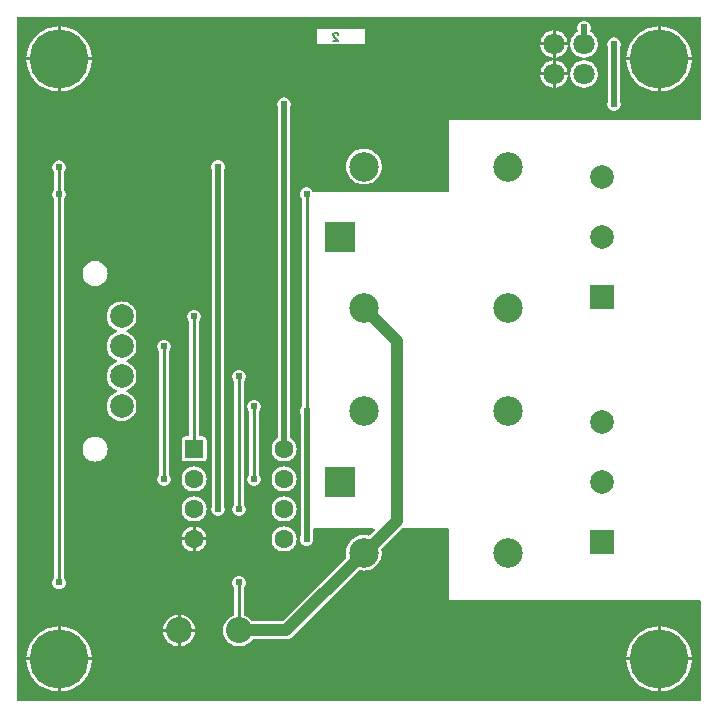
<source format=gbl>
G04 Layer: BottomLayer*
G04 Panelize: , Column: 2, Row: 2, Board Size: 58.42mm x 58.42mm, Panelized Board Size: 118.84mm x 118.84mm*
G04 EasyEDA v6.5.34, 2023-10-08 21:00:45*
G04 4a59fedaa2674353ae30dd207b49eca9,5a6b42c53f6a479593ecc07194224c93,10*
G04 Gerber Generator version 0.2*
G04 Scale: 100 percent, Rotated: No, Reflected: No *
G04 Dimensions in millimeters *
G04 leading zeros omitted , absolute positions ,4 integer and 5 decimal *
%FSLAX45Y45*%
%MOMM*%

%ADD10C,0.1524*%
%ADD11C,0.2540*%
%ADD12C,0.5000*%
%ADD13C,1.0000*%
%ADD14C,2.5000*%
%ADD15R,2.5000X2.5000*%
%ADD16R,2.0000X2.0000*%
%ADD17C,2.0000*%
%ADD18C,2.2000*%
%ADD19R,1.6002X1.6002*%
%ADD20C,1.6002*%
%ADD21C,5.0000*%
%ADD22C,1.8000*%
%ADD23C,0.6096*%
%ADD24C,0.0162*%

%LPD*%
G36*
X5805932Y25908D02*
G01*
X36068Y26416D01*
X32156Y27178D01*
X28905Y29413D01*
X26670Y32664D01*
X25908Y36576D01*
X25908Y5805932D01*
X26670Y5809843D01*
X28905Y5813094D01*
X32156Y5815330D01*
X36068Y5816092D01*
X2555240Y5816092D01*
X2559151Y5815330D01*
X2562402Y5813094D01*
X2564638Y5809843D01*
X2565400Y5805932D01*
X2566162Y5809843D01*
X2568397Y5813094D01*
X2571648Y5815330D01*
X2575560Y5816092D01*
X5805932Y5816092D01*
X5809843Y5815330D01*
X5813094Y5813094D01*
X5815330Y5809843D01*
X5816092Y5805932D01*
X5816092Y4950460D01*
X5815330Y4946548D01*
X5813094Y4943297D01*
X5809843Y4941062D01*
X5805932Y4940300D01*
X3684015Y4940300D01*
X3683000Y4939284D01*
X3683000Y4340860D01*
X3682237Y4336948D01*
X3680002Y4333697D01*
X3676751Y4331462D01*
X3672840Y4330700D01*
X2538984Y4330700D01*
X2535224Y4331411D01*
X2532024Y4333494D01*
X2529789Y4336542D01*
X2525318Y4346194D01*
X2519680Y4354220D01*
X2512720Y4361180D01*
X2504694Y4366818D01*
X2495753Y4370933D01*
X2486304Y4373473D01*
X2476500Y4374337D01*
X2466695Y4373473D01*
X2457246Y4370933D01*
X2448306Y4366818D01*
X2440279Y4361180D01*
X2433320Y4354220D01*
X2427681Y4346194D01*
X2423566Y4337253D01*
X2421026Y4327804D01*
X2420162Y4318000D01*
X2421026Y4308195D01*
X2423566Y4298746D01*
X2427681Y4289806D01*
X2433320Y4281779D01*
X2434894Y4280204D01*
X2437130Y4276902D01*
X2437892Y4272991D01*
X2437892Y2525166D01*
X2437130Y2521254D01*
X2434894Y2517952D01*
X2433320Y2516378D01*
X2427681Y2508351D01*
X2423566Y2499410D01*
X2421026Y2489962D01*
X2420162Y2480157D01*
X2421026Y2470353D01*
X2423566Y2460904D01*
X2424633Y2458567D01*
X2425598Y2454249D01*
X2425598Y1422908D01*
X2424633Y1418640D01*
X2423566Y1416253D01*
X2421026Y1406804D01*
X2420162Y1397000D01*
X2421026Y1387195D01*
X2423566Y1377746D01*
X2427681Y1368806D01*
X2433320Y1360779D01*
X2440279Y1353820D01*
X2448306Y1348181D01*
X2457246Y1344066D01*
X2466695Y1341526D01*
X2476500Y1340662D01*
X2486304Y1341526D01*
X2495753Y1344066D01*
X2504694Y1348181D01*
X2512720Y1353820D01*
X2519680Y1360779D01*
X2525318Y1368806D01*
X2529433Y1377746D01*
X2531973Y1387195D01*
X2532837Y1397000D01*
X2531973Y1406804D01*
X2529433Y1416253D01*
X2528366Y1418640D01*
X2527401Y1422908D01*
X2527401Y1475740D01*
X2528163Y1479651D01*
X2530398Y1482902D01*
X2533700Y1485138D01*
X2537561Y1485900D01*
X3043123Y1485900D01*
X3047034Y1485138D01*
X3050286Y1482902D01*
X3052521Y1479651D01*
X3053283Y1475740D01*
X3052521Y1471828D01*
X3050286Y1468577D01*
X3010154Y1428394D01*
X3007207Y1426362D01*
X3003753Y1425448D01*
X3000146Y1425854D01*
X2995218Y1427276D01*
X2978505Y1430121D01*
X2961640Y1431036D01*
X2944723Y1430121D01*
X2928061Y1427276D01*
X2911805Y1422603D01*
X2896158Y1416100D01*
X2881376Y1407922D01*
X2867558Y1398117D01*
X2854960Y1386840D01*
X2843682Y1374241D01*
X2833878Y1360424D01*
X2825699Y1345641D01*
X2819196Y1329994D01*
X2814523Y1313738D01*
X2811678Y1297076D01*
X2810764Y1280160D01*
X2811678Y1263243D01*
X2814523Y1246479D01*
X2814574Y1243279D01*
X2813608Y1240180D01*
X2811729Y1237589D01*
X2275332Y701192D01*
X2272030Y699008D01*
X2268118Y698195D01*
X2022703Y698195D01*
X2019604Y698703D01*
X2016810Y700125D01*
X2014575Y702310D01*
X2009089Y709625D01*
X1998268Y721156D01*
X1986127Y731316D01*
X1972970Y740003D01*
X1958848Y747064D01*
X1950313Y750163D01*
X1946808Y752348D01*
X1944420Y755700D01*
X1943607Y759714D01*
X1943607Y983691D01*
X1944370Y987602D01*
X1946605Y990904D01*
X1948180Y992479D01*
X1953818Y1000506D01*
X1957933Y1009446D01*
X1960473Y1018895D01*
X1961337Y1028700D01*
X1960473Y1038504D01*
X1957933Y1047953D01*
X1953818Y1056894D01*
X1948180Y1064920D01*
X1941220Y1071880D01*
X1933193Y1077518D01*
X1924253Y1081633D01*
X1914804Y1084173D01*
X1905000Y1085037D01*
X1895195Y1084173D01*
X1885746Y1081633D01*
X1876806Y1077518D01*
X1868779Y1071880D01*
X1861820Y1064920D01*
X1856181Y1056894D01*
X1852066Y1047953D01*
X1849526Y1038504D01*
X1848662Y1028700D01*
X1849526Y1018895D01*
X1852066Y1009446D01*
X1856181Y1000506D01*
X1861820Y992479D01*
X1863394Y990904D01*
X1865630Y987602D01*
X1866392Y983691D01*
X1866392Y759714D01*
X1865579Y755700D01*
X1863191Y752348D01*
X1859686Y750163D01*
X1851152Y747064D01*
X1837029Y740003D01*
X1823872Y731316D01*
X1811731Y721156D01*
X1800910Y709625D01*
X1791462Y696976D01*
X1783588Y683310D01*
X1777288Y668782D01*
X1772767Y653643D01*
X1770024Y638098D01*
X1769110Y622300D01*
X1770024Y606501D01*
X1772767Y590956D01*
X1777288Y575818D01*
X1783588Y561289D01*
X1791462Y547624D01*
X1800910Y534974D01*
X1811731Y523443D01*
X1823872Y513283D01*
X1837029Y504596D01*
X1851152Y497535D01*
X1866036Y492099D01*
X1881378Y488492D01*
X1897075Y486664D01*
X1912924Y486664D01*
X1928622Y488492D01*
X1943963Y492099D01*
X1958848Y497535D01*
X1972970Y504596D01*
X1986127Y513283D01*
X1998268Y523443D01*
X2009089Y534974D01*
X2014575Y542290D01*
X2016810Y544525D01*
X2019604Y545896D01*
X2022703Y546404D01*
X2306421Y546455D01*
X2315260Y547268D01*
X2317699Y547674D01*
X2326335Y549808D01*
X2336901Y553974D01*
X2339086Y555091D01*
X2346706Y559714D01*
X2355545Y566775D01*
X2919069Y1130249D01*
X2921660Y1132128D01*
X2924708Y1133094D01*
X2927959Y1133094D01*
X2944723Y1130198D01*
X2961640Y1129284D01*
X2978505Y1130198D01*
X2995218Y1133043D01*
X3011474Y1137716D01*
X3027121Y1144219D01*
X3041904Y1152398D01*
X3055721Y1162202D01*
X3068320Y1173480D01*
X3079597Y1186078D01*
X3089402Y1199896D01*
X3097580Y1214678D01*
X3104032Y1230325D01*
X3108756Y1246581D01*
X3111550Y1263243D01*
X3112516Y1280160D01*
X3111550Y1297076D01*
X3109823Y1307338D01*
X3109823Y1310538D01*
X3110788Y1313586D01*
X3112668Y1316228D01*
X3279394Y1482902D01*
X3282645Y1485138D01*
X3286556Y1485900D01*
X3672840Y1485900D01*
X3676751Y1485138D01*
X3680002Y1482902D01*
X3682237Y1479651D01*
X3683000Y1475740D01*
X3683000Y877316D01*
X3684015Y876300D01*
X5805932Y876300D01*
X5809843Y875537D01*
X5813094Y873302D01*
X5815330Y870051D01*
X5816092Y866140D01*
X5816092Y36068D01*
X5815330Y32207D01*
X5813094Y28905D01*
X5809843Y26670D01*
G37*

%LPC*%
G36*
X2032000Y1848662D02*
G01*
X2041804Y1849526D01*
X2051253Y1852066D01*
X2060193Y1856181D01*
X2068220Y1861820D01*
X2075180Y1868779D01*
X2080818Y1876806D01*
X2084933Y1885746D01*
X2087473Y1895195D01*
X2088337Y1905000D01*
X2087473Y1914804D01*
X2084933Y1924253D01*
X2080818Y1933193D01*
X2075180Y1941220D01*
X2073605Y1942795D01*
X2071370Y1946097D01*
X2070607Y1950008D01*
X2070607Y2475331D01*
X2071370Y2479243D01*
X2073605Y2482545D01*
X2075180Y2484120D01*
X2080818Y2492146D01*
X2084933Y2501087D01*
X2087473Y2510536D01*
X2088337Y2520340D01*
X2087473Y2530144D01*
X2084933Y2539593D01*
X2080818Y2548534D01*
X2075180Y2556560D01*
X2068220Y2563520D01*
X2060193Y2569159D01*
X2051253Y2573274D01*
X2041804Y2575814D01*
X2032000Y2576677D01*
X2022195Y2575814D01*
X2012746Y2573274D01*
X2003806Y2569159D01*
X1995779Y2563520D01*
X1988820Y2556560D01*
X1983181Y2548534D01*
X1979066Y2539593D01*
X1976526Y2530144D01*
X1975662Y2520340D01*
X1976526Y2510536D01*
X1979066Y2501087D01*
X1983181Y2492146D01*
X1988820Y2484120D01*
X1990394Y2482545D01*
X1992630Y2479243D01*
X1993392Y2475331D01*
X1993392Y1950008D01*
X1992630Y1946097D01*
X1990394Y1942795D01*
X1988820Y1941220D01*
X1983181Y1933193D01*
X1979066Y1924253D01*
X1976526Y1914804D01*
X1975662Y1905000D01*
X1976526Y1895195D01*
X1979066Y1885746D01*
X1983181Y1876806D01*
X1988820Y1868779D01*
X1995779Y1861820D01*
X2003806Y1856181D01*
X2012746Y1852066D01*
X2022195Y1849526D01*
G37*
G36*
X393700Y105562D02*
G01*
X398322Y105664D01*
X421284Y108051D01*
X443992Y112369D01*
X466242Y118618D01*
X487934Y126644D01*
X508812Y136499D01*
X528828Y148031D01*
X547827Y161239D01*
X565607Y175971D01*
X582117Y192125D01*
X597204Y209600D01*
X610819Y228295D01*
X622757Y248107D01*
X633018Y268782D01*
X641553Y290271D01*
X648208Y312369D01*
X653034Y334975D01*
X655929Y357936D01*
X656336Y368300D01*
X393700Y368300D01*
G37*
G36*
X5448300Y105613D02*
G01*
X5448300Y368300D01*
X5185410Y368300D01*
X5187289Y346405D01*
X5191150Y323646D01*
X5196890Y301244D01*
X5204460Y279450D01*
X5213858Y258317D01*
X5224983Y238099D01*
X5237784Y218846D01*
X5252161Y200710D01*
X5267960Y183896D01*
X5285130Y168402D01*
X5303520Y154432D01*
X5323027Y142087D01*
X5343499Y131368D01*
X5364835Y122428D01*
X5386781Y115265D01*
X5409285Y109982D01*
X5432145Y106629D01*
G37*
G36*
X368300Y105613D02*
G01*
X368300Y368300D01*
X105410Y368300D01*
X107289Y346405D01*
X111150Y323646D01*
X116890Y301244D01*
X124460Y279450D01*
X133858Y258317D01*
X144983Y238099D01*
X157784Y218846D01*
X172161Y200710D01*
X187960Y183896D01*
X205130Y168402D01*
X223520Y154432D01*
X243027Y142087D01*
X263499Y131368D01*
X284835Y122428D01*
X306781Y115265D01*
X329285Y109982D01*
X352145Y106629D01*
G37*
G36*
X393700Y393700D02*
G01*
X656336Y393700D01*
X655929Y404063D01*
X653034Y427024D01*
X648208Y449630D01*
X641553Y471728D01*
X633018Y493217D01*
X622757Y513892D01*
X610819Y533704D01*
X597204Y552348D01*
X582117Y569874D01*
X565607Y586028D01*
X547827Y600760D01*
X528828Y613968D01*
X508812Y625500D01*
X487934Y635355D01*
X466242Y643382D01*
X443992Y649630D01*
X421284Y653948D01*
X398322Y656336D01*
X393700Y656437D01*
G37*
G36*
X5473700Y393700D02*
G01*
X5736336Y393700D01*
X5735929Y404063D01*
X5733034Y427024D01*
X5728208Y449630D01*
X5721553Y471728D01*
X5713018Y493217D01*
X5702757Y513892D01*
X5690819Y533704D01*
X5677204Y552348D01*
X5662117Y569874D01*
X5645607Y586028D01*
X5627827Y600760D01*
X5608828Y613968D01*
X5588812Y625500D01*
X5567934Y635355D01*
X5546242Y643382D01*
X5523992Y649630D01*
X5501284Y653948D01*
X5478322Y656336D01*
X5473700Y656437D01*
G37*
G36*
X5185410Y393700D02*
G01*
X5448300Y393700D01*
X5448300Y656386D01*
X5432145Y655370D01*
X5409285Y652018D01*
X5386781Y646734D01*
X5364835Y639572D01*
X5343499Y630631D01*
X5323027Y619912D01*
X5303520Y607568D01*
X5285130Y593598D01*
X5267960Y578104D01*
X5252161Y561289D01*
X5237784Y543153D01*
X5224983Y523900D01*
X5213858Y503682D01*
X5204460Y482549D01*
X5196890Y460756D01*
X5191150Y438353D01*
X5187289Y415594D01*
G37*
G36*
X105410Y393700D02*
G01*
X368300Y393700D01*
X368300Y656386D01*
X352145Y655370D01*
X329285Y652018D01*
X306781Y646734D01*
X284835Y639572D01*
X263499Y630631D01*
X243027Y619912D01*
X223520Y607568D01*
X205130Y593598D01*
X187960Y578104D01*
X172161Y561289D01*
X157784Y543153D01*
X144983Y523900D01*
X133858Y503682D01*
X124460Y482549D01*
X116890Y460756D01*
X111150Y438353D01*
X107289Y415594D01*
G37*
G36*
X4456887Y5600700D02*
G01*
X4559300Y5600700D01*
X4559300Y5702960D01*
X4550308Y5701842D01*
X4536186Y5698236D01*
X4522673Y5692851D01*
X4509922Y5685840D01*
X4498136Y5677306D01*
X4487519Y5667349D01*
X4478223Y5656122D01*
X4470450Y5643829D01*
X4464253Y5630672D01*
X4459732Y5616803D01*
X4457039Y5602528D01*
G37*
G36*
X1384300Y487222D02*
G01*
X1384300Y609600D01*
X1261872Y609600D01*
X1262024Y606501D01*
X1264767Y590956D01*
X1269288Y575818D01*
X1275588Y561289D01*
X1283462Y547624D01*
X1292910Y534974D01*
X1303731Y523443D01*
X1315872Y513283D01*
X1329029Y504596D01*
X1343152Y497535D01*
X1358036Y492099D01*
X1373378Y488492D01*
G37*
G36*
X1409700Y487222D02*
G01*
X1420622Y488492D01*
X1435963Y492099D01*
X1450848Y497535D01*
X1464970Y504596D01*
X1478127Y513283D01*
X1490268Y523443D01*
X1501089Y534974D01*
X1510538Y547624D01*
X1518412Y561289D01*
X1524711Y575818D01*
X1529232Y590956D01*
X1531975Y606501D01*
X1532128Y609600D01*
X1409700Y609600D01*
G37*
G36*
X1409700Y635000D02*
G01*
X1532128Y635000D01*
X1531975Y638098D01*
X1529232Y653643D01*
X1524711Y668782D01*
X1518412Y683310D01*
X1510538Y696976D01*
X1501089Y709625D01*
X1490268Y721156D01*
X1478127Y731316D01*
X1464970Y740003D01*
X1450848Y747064D01*
X1435963Y752500D01*
X1420622Y756107D01*
X1409700Y757377D01*
G37*
G36*
X1261872Y635000D02*
G01*
X1384300Y635000D01*
X1384300Y757377D01*
X1373378Y756107D01*
X1358036Y752500D01*
X1343152Y747064D01*
X1329029Y740003D01*
X1315872Y731316D01*
X1303731Y721156D01*
X1292910Y709625D01*
X1283462Y696976D01*
X1275588Y683310D01*
X1269288Y668782D01*
X1264767Y653643D01*
X1262024Y638098D01*
G37*
G36*
X4584700Y5600700D02*
G01*
X4687112Y5600700D01*
X4686960Y5602528D01*
X4684268Y5616803D01*
X4679746Y5630672D01*
X4673549Y5643829D01*
X4665776Y5656122D01*
X4656480Y5667349D01*
X4645863Y5677306D01*
X4634077Y5685840D01*
X4621326Y5692851D01*
X4607814Y5698236D01*
X4593691Y5701842D01*
X4584700Y5702960D01*
G37*
G36*
X381000Y972362D02*
G01*
X390804Y973226D01*
X400253Y975766D01*
X409194Y979881D01*
X417220Y985519D01*
X424180Y992479D01*
X429818Y1000506D01*
X433933Y1009446D01*
X436473Y1018895D01*
X437337Y1028700D01*
X436473Y1038504D01*
X433933Y1047953D01*
X429818Y1056894D01*
X424180Y1064920D01*
X422605Y1066495D01*
X420370Y1069797D01*
X419608Y1073708D01*
X419608Y4272991D01*
X420370Y4276902D01*
X422605Y4280204D01*
X424180Y4281779D01*
X429818Y4289806D01*
X433933Y4298746D01*
X436473Y4308195D01*
X437337Y4318000D01*
X436473Y4327804D01*
X433933Y4337253D01*
X429818Y4346194D01*
X424180Y4354220D01*
X422605Y4355795D01*
X420370Y4359097D01*
X419608Y4363008D01*
X419608Y4501591D01*
X420370Y4505502D01*
X422605Y4508804D01*
X424180Y4510379D01*
X429818Y4518406D01*
X433933Y4527346D01*
X436473Y4536795D01*
X437337Y4546600D01*
X436473Y4556404D01*
X433933Y4565853D01*
X429818Y4574794D01*
X424180Y4582820D01*
X417220Y4589780D01*
X409194Y4595418D01*
X400253Y4599533D01*
X390804Y4602073D01*
X381000Y4602937D01*
X371195Y4602073D01*
X361746Y4599533D01*
X352806Y4595418D01*
X344779Y4589780D01*
X337820Y4582820D01*
X332181Y4574794D01*
X328066Y4565853D01*
X325526Y4556404D01*
X324662Y4546600D01*
X325526Y4536795D01*
X328066Y4527346D01*
X332181Y4518406D01*
X337820Y4510379D01*
X339394Y4508804D01*
X341630Y4505502D01*
X342392Y4501591D01*
X342392Y4363008D01*
X341630Y4359097D01*
X339394Y4355795D01*
X337820Y4354220D01*
X332181Y4346194D01*
X328066Y4337253D01*
X325526Y4327804D01*
X324662Y4318000D01*
X325526Y4308195D01*
X328066Y4298746D01*
X332181Y4289806D01*
X337820Y4281779D01*
X339394Y4280204D01*
X341630Y4276902D01*
X342392Y4272991D01*
X342392Y1073708D01*
X341630Y1069797D01*
X339394Y1066495D01*
X337820Y1064920D01*
X332181Y1056894D01*
X328066Y1047953D01*
X325526Y1038504D01*
X324662Y1028700D01*
X325526Y1018895D01*
X328066Y1009446D01*
X332181Y1000506D01*
X337820Y992479D01*
X344779Y985519D01*
X352806Y979881D01*
X361746Y975766D01*
X371195Y973226D01*
G37*
G36*
X2691688Y5583682D02*
G01*
X2750261Y5583682D01*
X2756560Y5584393D01*
X2764840Y5587593D01*
X2767634Y5588000D01*
X2970784Y5588000D01*
X2971800Y5589016D01*
X2971800Y5713984D01*
X2970784Y5715000D01*
X2763520Y5715000D01*
X2760167Y5715558D01*
X2756560Y5716828D01*
X2750261Y5717540D01*
X2691688Y5717540D01*
X2685389Y5716828D01*
X2681782Y5715558D01*
X2678430Y5715000D01*
X2575560Y5715000D01*
X2571648Y5715762D01*
X2568397Y5717997D01*
X2566162Y5721248D01*
X2565400Y5725160D01*
X2565400Y5589016D01*
X2566416Y5588000D01*
X2674315Y5588000D01*
X2677109Y5587593D01*
X2679903Y5586323D01*
X2685389Y5584393D01*
G37*
G36*
X2286000Y1291082D02*
G01*
X2299817Y1291996D01*
X2313432Y1294688D01*
X2326538Y1299159D01*
X2338933Y1305306D01*
X2350465Y1312976D01*
X2360879Y1322120D01*
X2370023Y1332534D01*
X2377694Y1344066D01*
X2383840Y1356461D01*
X2388311Y1369568D01*
X2391003Y1383182D01*
X2391918Y1397000D01*
X2391003Y1410817D01*
X2388311Y1424432D01*
X2383840Y1437538D01*
X2377694Y1449933D01*
X2370023Y1461465D01*
X2360879Y1471879D01*
X2350465Y1481023D01*
X2338933Y1488694D01*
X2326538Y1494840D01*
X2313432Y1499311D01*
X2299817Y1502003D01*
X2286000Y1502918D01*
X2272182Y1502003D01*
X2258568Y1499311D01*
X2245461Y1494840D01*
X2233066Y1488694D01*
X2221534Y1481023D01*
X2211120Y1471879D01*
X2201976Y1461465D01*
X2194306Y1449933D01*
X2188159Y1437538D01*
X2183688Y1424432D01*
X2180996Y1410817D01*
X2180082Y1397000D01*
X2180996Y1383182D01*
X2183688Y1369568D01*
X2188159Y1356461D01*
X2194306Y1344066D01*
X2201976Y1332534D01*
X2211120Y1322120D01*
X2221534Y1312976D01*
X2233066Y1305306D01*
X2245461Y1299159D01*
X2258568Y1294688D01*
X2272182Y1291996D01*
G37*
G36*
X1511300Y1291945D02*
G01*
X1511300Y1384300D01*
X1418945Y1384300D01*
X1418996Y1383182D01*
X1421688Y1369568D01*
X1426159Y1356461D01*
X1432306Y1344066D01*
X1439976Y1332534D01*
X1449120Y1322120D01*
X1459534Y1312976D01*
X1471066Y1305306D01*
X1483461Y1299159D01*
X1496568Y1294688D01*
X1510182Y1291996D01*
G37*
G36*
X1536700Y1291945D02*
G01*
X1537817Y1291996D01*
X1551432Y1294688D01*
X1564538Y1299159D01*
X1576933Y1305306D01*
X1588465Y1312976D01*
X1598879Y1322120D01*
X1608023Y1332534D01*
X1615694Y1344066D01*
X1621840Y1356461D01*
X1626311Y1369568D01*
X1629003Y1383182D01*
X1629054Y1384300D01*
X1536700Y1384300D01*
G37*
G36*
X105410Y5473700D02*
G01*
X368300Y5473700D01*
X368300Y5736386D01*
X352145Y5735370D01*
X329285Y5732018D01*
X306781Y5726734D01*
X284835Y5719572D01*
X263499Y5710631D01*
X243027Y5699912D01*
X223520Y5687568D01*
X205130Y5673598D01*
X187960Y5658104D01*
X172161Y5641289D01*
X157784Y5623153D01*
X144983Y5603900D01*
X133858Y5583682D01*
X124460Y5562549D01*
X116890Y5540756D01*
X111150Y5518353D01*
X107289Y5495594D01*
G37*
G36*
X1418945Y1409700D02*
G01*
X1511300Y1409700D01*
X1511300Y1502054D01*
X1510182Y1502003D01*
X1496568Y1499311D01*
X1483461Y1494840D01*
X1471066Y1488694D01*
X1459534Y1481023D01*
X1449120Y1471879D01*
X1439976Y1461465D01*
X1432306Y1449933D01*
X1426159Y1437538D01*
X1421688Y1424432D01*
X1418996Y1410817D01*
G37*
G36*
X1536700Y1409700D02*
G01*
X1629054Y1409700D01*
X1629003Y1410817D01*
X1626311Y1424432D01*
X1621840Y1437538D01*
X1615694Y1449933D01*
X1608023Y1461465D01*
X1598879Y1471879D01*
X1588465Y1481023D01*
X1576933Y1488694D01*
X1564538Y1494840D01*
X1551432Y1499311D01*
X1537817Y1502003D01*
X1536700Y1502054D01*
G37*
G36*
X5185410Y5473700D02*
G01*
X5448300Y5473700D01*
X5448300Y5736386D01*
X5432145Y5735370D01*
X5409285Y5732018D01*
X5386781Y5726734D01*
X5364835Y5719572D01*
X5343499Y5710631D01*
X5323027Y5699912D01*
X5303520Y5687568D01*
X5285130Y5673598D01*
X5267960Y5658104D01*
X5252161Y5641289D01*
X5237784Y5623153D01*
X5224983Y5603900D01*
X5213858Y5583682D01*
X5204460Y5562549D01*
X5196890Y5540756D01*
X5191150Y5518353D01*
X5187289Y5495594D01*
G37*
G36*
X2286000Y1545082D02*
G01*
X2299817Y1545996D01*
X2313432Y1548688D01*
X2326538Y1553159D01*
X2338933Y1559306D01*
X2350465Y1566976D01*
X2360879Y1576120D01*
X2370023Y1586534D01*
X2377694Y1598066D01*
X2383840Y1610461D01*
X2388311Y1623568D01*
X2391003Y1637182D01*
X2391918Y1651000D01*
X2391003Y1664817D01*
X2388311Y1678432D01*
X2383840Y1691538D01*
X2377694Y1703933D01*
X2370023Y1715465D01*
X2360879Y1725879D01*
X2350465Y1735023D01*
X2338933Y1742693D01*
X2326538Y1748840D01*
X2313432Y1753311D01*
X2299817Y1756003D01*
X2286000Y1756918D01*
X2272182Y1756003D01*
X2258568Y1753311D01*
X2245461Y1748840D01*
X2233066Y1742693D01*
X2221534Y1735023D01*
X2211120Y1725879D01*
X2201976Y1715465D01*
X2194306Y1703933D01*
X2188159Y1691538D01*
X2183688Y1678432D01*
X2180996Y1664817D01*
X2180082Y1651000D01*
X2180996Y1637182D01*
X2183688Y1623568D01*
X2188159Y1610461D01*
X2194306Y1598066D01*
X2201976Y1586534D01*
X2211120Y1576120D01*
X2221534Y1566976D01*
X2233066Y1559306D01*
X2245461Y1553159D01*
X2258568Y1548688D01*
X2272182Y1545996D01*
G37*
G36*
X1524000Y1545082D02*
G01*
X1537817Y1545996D01*
X1551432Y1548688D01*
X1564538Y1553159D01*
X1576933Y1559306D01*
X1588465Y1566976D01*
X1598879Y1576120D01*
X1608023Y1586534D01*
X1615694Y1598066D01*
X1621840Y1610461D01*
X1626311Y1623568D01*
X1629003Y1637182D01*
X1629918Y1651000D01*
X1629003Y1664817D01*
X1626311Y1678432D01*
X1621840Y1691538D01*
X1615694Y1703933D01*
X1608023Y1715465D01*
X1598879Y1725879D01*
X1588465Y1735023D01*
X1576933Y1742693D01*
X1564538Y1748840D01*
X1551432Y1753311D01*
X1537817Y1756003D01*
X1524000Y1756918D01*
X1510182Y1756003D01*
X1496568Y1753311D01*
X1483461Y1748840D01*
X1471066Y1742693D01*
X1459534Y1735023D01*
X1449120Y1725879D01*
X1439976Y1715465D01*
X1432306Y1703933D01*
X1426159Y1691538D01*
X1421688Y1678432D01*
X1418996Y1664817D01*
X1418082Y1651000D01*
X1418996Y1637182D01*
X1421688Y1623568D01*
X1426159Y1610461D01*
X1432306Y1598066D01*
X1439976Y1586534D01*
X1449120Y1576120D01*
X1459534Y1566976D01*
X1471066Y1559306D01*
X1483461Y1553159D01*
X1496568Y1548688D01*
X1510182Y1545996D01*
G37*
G36*
X1905000Y1594662D02*
G01*
X1914804Y1595526D01*
X1924253Y1598066D01*
X1933193Y1602181D01*
X1941220Y1607820D01*
X1948180Y1614779D01*
X1953818Y1622806D01*
X1957933Y1631746D01*
X1960473Y1641195D01*
X1961337Y1651000D01*
X1960473Y1660804D01*
X1957933Y1670253D01*
X1953818Y1679193D01*
X1948180Y1687220D01*
X1946605Y1688795D01*
X1944370Y1692097D01*
X1943607Y1696008D01*
X1943607Y2729331D01*
X1944370Y2733243D01*
X1946605Y2736545D01*
X1948180Y2738120D01*
X1953818Y2746146D01*
X1957933Y2755087D01*
X1960473Y2764536D01*
X1961337Y2774340D01*
X1960473Y2784144D01*
X1957933Y2793593D01*
X1953818Y2802534D01*
X1948180Y2810560D01*
X1941220Y2817520D01*
X1933193Y2823159D01*
X1924253Y2827274D01*
X1914804Y2829814D01*
X1905000Y2830677D01*
X1895195Y2829814D01*
X1885746Y2827274D01*
X1876806Y2823159D01*
X1868779Y2817520D01*
X1861820Y2810560D01*
X1856181Y2802534D01*
X1852066Y2793593D01*
X1849526Y2784144D01*
X1848662Y2774340D01*
X1849526Y2764536D01*
X1852066Y2755087D01*
X1856181Y2746146D01*
X1861820Y2738120D01*
X1863394Y2736545D01*
X1865630Y2733243D01*
X1866392Y2729331D01*
X1866392Y1696008D01*
X1865630Y1692097D01*
X1863394Y1688795D01*
X1861820Y1687220D01*
X1856181Y1679193D01*
X1852066Y1670253D01*
X1849526Y1660804D01*
X1848662Y1651000D01*
X1849526Y1641195D01*
X1852066Y1631746D01*
X1856181Y1622806D01*
X1861820Y1614779D01*
X1868779Y1607820D01*
X1876806Y1602181D01*
X1885746Y1598066D01*
X1895195Y1595526D01*
G37*
G36*
X1727200Y1594662D02*
G01*
X1737004Y1595526D01*
X1746453Y1598066D01*
X1755393Y1602181D01*
X1763420Y1607820D01*
X1770380Y1614779D01*
X1776018Y1622806D01*
X1780133Y1631746D01*
X1782673Y1641195D01*
X1783537Y1651000D01*
X1782673Y1660804D01*
X1780133Y1670253D01*
X1779066Y1672640D01*
X1778101Y1676907D01*
X1778101Y4524349D01*
X1779066Y4528667D01*
X1780133Y4531004D01*
X1782673Y4540453D01*
X1783537Y4550257D01*
X1782673Y4560062D01*
X1780133Y4569510D01*
X1776018Y4578451D01*
X1770380Y4586478D01*
X1763420Y4593437D01*
X1755393Y4599076D01*
X1746453Y4603191D01*
X1737004Y4605731D01*
X1727200Y4606594D01*
X1717395Y4605731D01*
X1707946Y4603191D01*
X1699006Y4599076D01*
X1690979Y4593437D01*
X1684020Y4586478D01*
X1678381Y4578451D01*
X1674266Y4569510D01*
X1671726Y4560062D01*
X1670862Y4550257D01*
X1671726Y4540453D01*
X1674266Y4531004D01*
X1675333Y4528667D01*
X1676298Y4524349D01*
X1676298Y1676907D01*
X1675333Y1672640D01*
X1674266Y1670253D01*
X1671726Y1660804D01*
X1670862Y1651000D01*
X1671726Y1641195D01*
X1674266Y1631746D01*
X1678381Y1622806D01*
X1684020Y1614779D01*
X1690979Y1607820D01*
X1699006Y1602181D01*
X1707946Y1598066D01*
X1717395Y1595526D01*
G37*
G36*
X2286000Y1799082D02*
G01*
X2299817Y1799996D01*
X2313432Y1802688D01*
X2326538Y1807159D01*
X2338933Y1813306D01*
X2350465Y1820976D01*
X2360879Y1830120D01*
X2370023Y1840534D01*
X2377694Y1852066D01*
X2383840Y1864461D01*
X2388311Y1877568D01*
X2391003Y1891182D01*
X2391918Y1905000D01*
X2391003Y1918817D01*
X2388311Y1932432D01*
X2383840Y1945538D01*
X2377694Y1957933D01*
X2370023Y1969465D01*
X2360879Y1979879D01*
X2350465Y1989023D01*
X2338933Y1996693D01*
X2326538Y2002840D01*
X2313432Y2007311D01*
X2299817Y2010003D01*
X2286000Y2010918D01*
X2272182Y2010003D01*
X2258568Y2007311D01*
X2245461Y2002840D01*
X2233066Y1996693D01*
X2221534Y1989023D01*
X2211120Y1979879D01*
X2201976Y1969465D01*
X2194306Y1957933D01*
X2188159Y1945538D01*
X2183688Y1932432D01*
X2180996Y1918817D01*
X2180082Y1905000D01*
X2180996Y1891182D01*
X2183688Y1877568D01*
X2188159Y1864461D01*
X2194306Y1852066D01*
X2201976Y1840534D01*
X2211120Y1830120D01*
X2221534Y1820976D01*
X2233066Y1813306D01*
X2245461Y1807159D01*
X2258568Y1802688D01*
X2272182Y1799996D01*
G37*
G36*
X1524000Y1799082D02*
G01*
X1537817Y1799996D01*
X1551432Y1802688D01*
X1564538Y1807159D01*
X1576933Y1813306D01*
X1588465Y1820976D01*
X1598879Y1830120D01*
X1608023Y1840534D01*
X1615694Y1852066D01*
X1621840Y1864461D01*
X1626311Y1877568D01*
X1629003Y1891182D01*
X1629918Y1905000D01*
X1629003Y1918817D01*
X1626311Y1932432D01*
X1621840Y1945538D01*
X1615694Y1957933D01*
X1608023Y1969465D01*
X1598879Y1979879D01*
X1588465Y1989023D01*
X1576933Y1996693D01*
X1564538Y2002840D01*
X1551432Y2007311D01*
X1537817Y2010003D01*
X1524000Y2010918D01*
X1510182Y2010003D01*
X1496568Y2007311D01*
X1483461Y2002840D01*
X1471066Y1996693D01*
X1459534Y1989023D01*
X1449120Y1979879D01*
X1439976Y1969465D01*
X1432306Y1957933D01*
X1426159Y1945538D01*
X1421688Y1932432D01*
X1418996Y1918817D01*
X1418082Y1905000D01*
X1418996Y1891182D01*
X1421688Y1877568D01*
X1426159Y1864461D01*
X1432306Y1852066D01*
X1439976Y1840534D01*
X1449120Y1830120D01*
X1459534Y1820976D01*
X1471066Y1813306D01*
X1483461Y1807159D01*
X1496568Y1802688D01*
X1510182Y1799996D01*
G37*
G36*
X5473700Y105562D02*
G01*
X5478322Y105664D01*
X5501284Y108051D01*
X5523992Y112369D01*
X5546242Y118618D01*
X5567934Y126644D01*
X5588812Y136499D01*
X5608828Y148031D01*
X5627827Y161239D01*
X5645607Y175971D01*
X5662117Y192125D01*
X5677204Y209600D01*
X5690819Y228295D01*
X5702757Y248107D01*
X5713018Y268782D01*
X5721553Y290271D01*
X5728208Y312369D01*
X5733034Y334975D01*
X5735929Y357936D01*
X5736336Y368300D01*
X5473700Y368300D01*
G37*
G36*
X1270000Y1848662D02*
G01*
X1279804Y1849526D01*
X1289253Y1852066D01*
X1298194Y1856181D01*
X1306220Y1861820D01*
X1313180Y1868779D01*
X1318818Y1876806D01*
X1322933Y1885746D01*
X1325473Y1895195D01*
X1326337Y1905000D01*
X1325473Y1914804D01*
X1322933Y1924253D01*
X1318818Y1933193D01*
X1313180Y1941220D01*
X1311605Y1942795D01*
X1309370Y1946097D01*
X1308608Y1950008D01*
X1308608Y2983331D01*
X1309370Y2987243D01*
X1311605Y2990545D01*
X1313180Y2992120D01*
X1318818Y3000146D01*
X1322933Y3009087D01*
X1325473Y3018536D01*
X1326337Y3028340D01*
X1325473Y3038144D01*
X1322933Y3047593D01*
X1318818Y3056534D01*
X1313180Y3064560D01*
X1306220Y3071520D01*
X1298194Y3077159D01*
X1289253Y3081274D01*
X1279804Y3083814D01*
X1270000Y3084677D01*
X1260195Y3083814D01*
X1250746Y3081274D01*
X1241806Y3077159D01*
X1233779Y3071520D01*
X1226820Y3064560D01*
X1221181Y3056534D01*
X1217066Y3047593D01*
X1214526Y3038144D01*
X1213662Y3028340D01*
X1214526Y3018536D01*
X1217066Y3009087D01*
X1221181Y3000146D01*
X1226820Y2992120D01*
X1228394Y2990545D01*
X1230630Y2987243D01*
X1231392Y2983331D01*
X1231392Y1950008D01*
X1230630Y1946097D01*
X1228394Y1942795D01*
X1226820Y1941220D01*
X1221181Y1933193D01*
X1217066Y1924253D01*
X1214526Y1914804D01*
X1213662Y1905000D01*
X1214526Y1895195D01*
X1217066Y1885746D01*
X1221181Y1876806D01*
X1226820Y1868779D01*
X1233779Y1861820D01*
X1241806Y1856181D01*
X1250746Y1852066D01*
X1260195Y1849526D01*
G37*
G36*
X685800Y2051913D02*
G01*
X699617Y2052828D01*
X713181Y2055520D01*
X726338Y2059990D01*
X738733Y2066086D01*
X750265Y2073808D01*
X760679Y2082952D01*
X769823Y2093366D01*
X777494Y2104847D01*
X783640Y2117293D01*
X788060Y2130399D01*
X790803Y2143963D01*
X791667Y2157780D01*
X790803Y2171649D01*
X788060Y2185212D01*
X783640Y2198319D01*
X777494Y2210765D01*
X769823Y2222246D01*
X760679Y2232660D01*
X750265Y2241804D01*
X738733Y2249525D01*
X726338Y2255621D01*
X713181Y2260092D01*
X699617Y2262784D01*
X685800Y2263698D01*
X671982Y2262784D01*
X658418Y2260092D01*
X645261Y2255621D01*
X632866Y2249525D01*
X621334Y2241804D01*
X610920Y2232660D01*
X601776Y2222246D01*
X594106Y2210765D01*
X587959Y2198319D01*
X583539Y2185212D01*
X580796Y2171649D01*
X579932Y2157780D01*
X580796Y2143963D01*
X583539Y2130399D01*
X587959Y2117293D01*
X594106Y2104847D01*
X601776Y2093366D01*
X610920Y2082952D01*
X621334Y2073808D01*
X632866Y2066086D01*
X645261Y2059990D01*
X658418Y2055520D01*
X671982Y2052828D01*
G37*
G36*
X1444548Y2053082D02*
G01*
X1603451Y2053082D01*
X1609750Y2053793D01*
X1615236Y2055723D01*
X1620113Y2058771D01*
X1624228Y2062886D01*
X1627276Y2067763D01*
X1629206Y2073249D01*
X1629918Y2079548D01*
X1629918Y2238451D01*
X1629206Y2244750D01*
X1627276Y2250236D01*
X1624228Y2255113D01*
X1620113Y2259228D01*
X1615236Y2262276D01*
X1609750Y2264206D01*
X1603451Y2264918D01*
X1572768Y2264918D01*
X1568907Y2265680D01*
X1565605Y2267915D01*
X1563370Y2271166D01*
X1562608Y2275078D01*
X1562608Y3237331D01*
X1563370Y3241243D01*
X1565605Y3244545D01*
X1567180Y3246120D01*
X1572818Y3254146D01*
X1576933Y3263087D01*
X1579473Y3272536D01*
X1580337Y3282340D01*
X1579473Y3292144D01*
X1576933Y3301593D01*
X1572818Y3310534D01*
X1567180Y3318560D01*
X1560220Y3325520D01*
X1552194Y3331159D01*
X1543253Y3335274D01*
X1533804Y3337814D01*
X1524000Y3338677D01*
X1514195Y3337814D01*
X1504746Y3335274D01*
X1495806Y3331159D01*
X1487779Y3325520D01*
X1480820Y3318560D01*
X1475181Y3310534D01*
X1471066Y3301593D01*
X1468526Y3292144D01*
X1467662Y3282340D01*
X1468526Y3272536D01*
X1471066Y3263087D01*
X1475181Y3254146D01*
X1480820Y3246120D01*
X1482445Y3244545D01*
X1484630Y3241243D01*
X1485392Y3237331D01*
X1485392Y2275078D01*
X1484630Y2271166D01*
X1482445Y2267915D01*
X1479143Y2265680D01*
X1475232Y2264918D01*
X1444548Y2264918D01*
X1438249Y2264206D01*
X1432763Y2262276D01*
X1427886Y2259228D01*
X1423771Y2255113D01*
X1420723Y2250236D01*
X1418793Y2244750D01*
X1418082Y2238451D01*
X1418082Y2079548D01*
X1418793Y2073249D01*
X1420723Y2067763D01*
X1423771Y2062886D01*
X1427886Y2058771D01*
X1432763Y2055723D01*
X1438249Y2053793D01*
G37*
G36*
X2286000Y2053082D02*
G01*
X2299817Y2053996D01*
X2313432Y2056688D01*
X2326538Y2061159D01*
X2338933Y2067306D01*
X2350465Y2074976D01*
X2360879Y2084120D01*
X2370023Y2094534D01*
X2377694Y2106066D01*
X2383840Y2118461D01*
X2388311Y2131568D01*
X2391003Y2145182D01*
X2391918Y2159000D01*
X2391003Y2172817D01*
X2388311Y2186432D01*
X2383840Y2199538D01*
X2377694Y2211933D01*
X2370023Y2223465D01*
X2360879Y2233879D01*
X2350465Y2243023D01*
X2341422Y2249068D01*
X2338984Y2251303D01*
X2337460Y2254250D01*
X2336901Y2257501D01*
X2336901Y5054092D01*
X2337866Y5058410D01*
X2338933Y5060746D01*
X2341473Y5070195D01*
X2342337Y5080000D01*
X2341473Y5089804D01*
X2338933Y5099253D01*
X2334818Y5108194D01*
X2329180Y5116220D01*
X2322220Y5123180D01*
X2314194Y5128818D01*
X2305253Y5132933D01*
X2295804Y5135473D01*
X2286000Y5136337D01*
X2276195Y5135473D01*
X2266746Y5132933D01*
X2257806Y5128818D01*
X2249779Y5123180D01*
X2242820Y5116220D01*
X2237181Y5108194D01*
X2233066Y5099253D01*
X2230526Y5089804D01*
X2229662Y5080000D01*
X2230526Y5070195D01*
X2233066Y5060746D01*
X2234133Y5058410D01*
X2235098Y5054092D01*
X2235098Y2257501D01*
X2234539Y2254250D01*
X2233015Y2251303D01*
X2230577Y2249068D01*
X2221534Y2243023D01*
X2211120Y2233879D01*
X2201976Y2223465D01*
X2194306Y2211933D01*
X2188159Y2199538D01*
X2183688Y2186432D01*
X2180996Y2172817D01*
X2180082Y2159000D01*
X2180996Y2145182D01*
X2183688Y2131568D01*
X2188159Y2118461D01*
X2194306Y2106066D01*
X2201976Y2094534D01*
X2211120Y2084120D01*
X2221534Y2074976D01*
X2233066Y2067306D01*
X2245461Y2061159D01*
X2258568Y2056688D01*
X2272182Y2053996D01*
G37*
G36*
X910793Y2394458D02*
G01*
X925982Y2395372D01*
X940917Y2398115D01*
X955446Y2402636D01*
X969314Y2408885D01*
X982319Y2416708D01*
X994308Y2426106D01*
X1005027Y2436876D01*
X1014425Y2448814D01*
X1022299Y2461818D01*
X1028496Y2475687D01*
X1033018Y2490216D01*
X1035761Y2505151D01*
X1036675Y2520340D01*
X1035761Y2535529D01*
X1033018Y2550464D01*
X1028496Y2564993D01*
X1022299Y2578811D01*
X1014425Y2591866D01*
X1005027Y2603804D01*
X994308Y2614574D01*
X982319Y2623921D01*
X969314Y2631795D01*
X955395Y2638044D01*
X952246Y2640279D01*
X950112Y2643530D01*
X949401Y2647340D01*
X950112Y2651150D01*
X952246Y2654350D01*
X955395Y2656586D01*
X969314Y2662885D01*
X982319Y2670708D01*
X994308Y2680106D01*
X1005027Y2690876D01*
X1014425Y2702814D01*
X1022299Y2715818D01*
X1028496Y2729687D01*
X1033018Y2744216D01*
X1035761Y2759151D01*
X1036675Y2774340D01*
X1035761Y2789529D01*
X1033018Y2804464D01*
X1028496Y2818993D01*
X1022299Y2832811D01*
X1014425Y2845866D01*
X1005027Y2857804D01*
X994308Y2868574D01*
X982319Y2877921D01*
X969314Y2885795D01*
X955395Y2892044D01*
X952246Y2894279D01*
X950112Y2897530D01*
X949401Y2901340D01*
X950112Y2905150D01*
X952246Y2908350D01*
X955395Y2910586D01*
X969314Y2916885D01*
X982319Y2924708D01*
X994308Y2934106D01*
X1005027Y2944876D01*
X1014425Y2956814D01*
X1022299Y2969818D01*
X1028496Y2983687D01*
X1033018Y2998216D01*
X1035761Y3013151D01*
X1036675Y3028340D01*
X1035761Y3043529D01*
X1033018Y3058464D01*
X1028496Y3072993D01*
X1022299Y3086811D01*
X1014425Y3099866D01*
X1005027Y3111804D01*
X994308Y3122574D01*
X982319Y3131921D01*
X969314Y3139795D01*
X955395Y3146044D01*
X952246Y3148279D01*
X950112Y3151530D01*
X949401Y3155340D01*
X950112Y3159150D01*
X952246Y3162350D01*
X955395Y3164586D01*
X969314Y3170885D01*
X982319Y3178708D01*
X994308Y3188106D01*
X1005027Y3198876D01*
X1014425Y3210814D01*
X1022299Y3223818D01*
X1028496Y3237687D01*
X1033018Y3252215D01*
X1035761Y3267151D01*
X1036675Y3282340D01*
X1035761Y3297529D01*
X1033018Y3312464D01*
X1028496Y3326993D01*
X1022299Y3340811D01*
X1014425Y3353866D01*
X1005027Y3365804D01*
X994308Y3376574D01*
X982319Y3385921D01*
X969314Y3393795D01*
X955446Y3400044D01*
X940917Y3404565D01*
X925982Y3407308D01*
X910793Y3408222D01*
X895654Y3407308D01*
X880668Y3404565D01*
X866190Y3400044D01*
X852322Y3393795D01*
X839317Y3385921D01*
X827328Y3376574D01*
X816559Y3365804D01*
X807212Y3353866D01*
X799338Y3340811D01*
X793089Y3326993D01*
X788568Y3312464D01*
X785825Y3297529D01*
X784910Y3282340D01*
X785825Y3267151D01*
X788568Y3252215D01*
X793089Y3237687D01*
X799338Y3223818D01*
X807212Y3210814D01*
X816559Y3198876D01*
X827328Y3188106D01*
X839317Y3178708D01*
X852322Y3170885D01*
X866241Y3164586D01*
X869391Y3162350D01*
X871474Y3159150D01*
X872236Y3155340D01*
X871474Y3151530D01*
X869391Y3148279D01*
X866241Y3146044D01*
X852322Y3139795D01*
X839317Y3131921D01*
X827328Y3122574D01*
X816559Y3111804D01*
X807212Y3099866D01*
X799338Y3086811D01*
X793089Y3072993D01*
X788568Y3058464D01*
X785825Y3043529D01*
X784910Y3028340D01*
X785825Y3013151D01*
X788568Y2998216D01*
X793089Y2983687D01*
X799338Y2969818D01*
X807212Y2956814D01*
X816559Y2944876D01*
X827328Y2934106D01*
X839317Y2924708D01*
X852322Y2916885D01*
X866241Y2910586D01*
X869391Y2908350D01*
X871474Y2905150D01*
X872236Y2901340D01*
X871474Y2897530D01*
X869391Y2894279D01*
X866241Y2892044D01*
X852322Y2885795D01*
X839317Y2877921D01*
X827328Y2868574D01*
X816559Y2857804D01*
X807212Y2845866D01*
X799338Y2832811D01*
X793089Y2818993D01*
X788568Y2804464D01*
X785825Y2789529D01*
X784910Y2774340D01*
X785825Y2759151D01*
X788568Y2744216D01*
X793089Y2729687D01*
X799338Y2715818D01*
X807212Y2702814D01*
X816559Y2690876D01*
X827328Y2680106D01*
X839317Y2670708D01*
X852322Y2662885D01*
X866241Y2656586D01*
X869391Y2654350D01*
X871474Y2651150D01*
X872236Y2647340D01*
X871474Y2643530D01*
X869391Y2640279D01*
X866241Y2638044D01*
X852322Y2631795D01*
X839317Y2623921D01*
X827328Y2614574D01*
X816559Y2603804D01*
X807212Y2591866D01*
X799338Y2578811D01*
X793089Y2564993D01*
X788568Y2550464D01*
X785825Y2535529D01*
X784910Y2520340D01*
X785825Y2505151D01*
X788568Y2490216D01*
X793089Y2475687D01*
X799338Y2461818D01*
X807212Y2448814D01*
X816559Y2436876D01*
X827328Y2426106D01*
X839317Y2416708D01*
X852322Y2408885D01*
X866190Y2402636D01*
X880668Y2398115D01*
X895654Y2395372D01*
G37*
G36*
X685800Y3539032D02*
G01*
X699617Y3539896D01*
X713181Y3542639D01*
X726338Y3547059D01*
X738733Y3553206D01*
X750265Y3560876D01*
X760679Y3570020D01*
X769823Y3580434D01*
X777494Y3591966D01*
X783640Y3604361D01*
X788060Y3617518D01*
X790803Y3631082D01*
X791667Y3644900D01*
X790803Y3658717D01*
X788060Y3672281D01*
X783640Y3685438D01*
X777494Y3697833D01*
X769823Y3709365D01*
X760679Y3719779D01*
X750265Y3728923D01*
X738733Y3736594D01*
X726338Y3742740D01*
X713181Y3747160D01*
X699617Y3749903D01*
X685800Y3750767D01*
X671982Y3749903D01*
X658418Y3747160D01*
X645261Y3742740D01*
X632866Y3736594D01*
X621334Y3728923D01*
X610920Y3719779D01*
X601776Y3709365D01*
X594106Y3697833D01*
X587959Y3685438D01*
X583539Y3672281D01*
X580796Y3658717D01*
X579932Y3644900D01*
X580796Y3631082D01*
X583539Y3617518D01*
X587959Y3604361D01*
X594106Y3591966D01*
X601776Y3580434D01*
X610920Y3570020D01*
X621334Y3560876D01*
X632866Y3553206D01*
X645261Y3547059D01*
X658418Y3542639D01*
X671982Y3539896D01*
G37*
G36*
X5473700Y5473700D02*
G01*
X5736336Y5473700D01*
X5735929Y5484063D01*
X5733034Y5507024D01*
X5728208Y5529630D01*
X5721553Y5551728D01*
X5713018Y5573217D01*
X5702757Y5593892D01*
X5690819Y5613704D01*
X5677204Y5632348D01*
X5662117Y5649874D01*
X5645607Y5666028D01*
X5627827Y5680760D01*
X5608828Y5693968D01*
X5588812Y5705500D01*
X5567934Y5715355D01*
X5546242Y5723382D01*
X5523992Y5729630D01*
X5501284Y5733948D01*
X5478322Y5736336D01*
X5473700Y5736437D01*
G37*
G36*
X2961640Y4399381D02*
G01*
X2978556Y4400296D01*
X2995218Y4403140D01*
X3011474Y4407814D01*
X3027121Y4414316D01*
X3041904Y4422495D01*
X3055721Y4432300D01*
X3068320Y4443577D01*
X3079597Y4456176D01*
X3089402Y4469993D01*
X3097580Y4484776D01*
X3104083Y4500422D01*
X3108756Y4516678D01*
X3111601Y4533341D01*
X3112516Y4550257D01*
X3111601Y4567174D01*
X3108756Y4583836D01*
X3104083Y4600092D01*
X3097580Y4615738D01*
X3089402Y4630521D01*
X3079597Y4644339D01*
X3068320Y4656937D01*
X3055721Y4668215D01*
X3041904Y4678019D01*
X3027121Y4686198D01*
X3011474Y4692700D01*
X2995218Y4697374D01*
X2978556Y4700219D01*
X2961640Y4701133D01*
X2944723Y4700219D01*
X2928061Y4697374D01*
X2911805Y4692700D01*
X2896158Y4686198D01*
X2881376Y4678019D01*
X2867558Y4668215D01*
X2854960Y4656937D01*
X2843682Y4644339D01*
X2833878Y4630521D01*
X2825699Y4615738D01*
X2819196Y4600092D01*
X2814523Y4583836D01*
X2811678Y4567174D01*
X2810764Y4550257D01*
X2811678Y4533341D01*
X2814523Y4516678D01*
X2819196Y4500422D01*
X2825699Y4484776D01*
X2833878Y4469993D01*
X2843682Y4456176D01*
X2854960Y4443577D01*
X2867558Y4432300D01*
X2881376Y4422495D01*
X2896158Y4414316D01*
X2911805Y4407814D01*
X2928061Y4403140D01*
X2944723Y4400296D01*
G37*
G36*
X5080000Y5023662D02*
G01*
X5089804Y5024526D01*
X5099253Y5027066D01*
X5108194Y5031181D01*
X5116220Y5036820D01*
X5123180Y5043779D01*
X5128818Y5051806D01*
X5132933Y5060746D01*
X5135473Y5070195D01*
X5136337Y5080000D01*
X5135473Y5089804D01*
X5132933Y5099253D01*
X5131866Y5101590D01*
X5130901Y5105908D01*
X5130901Y5562092D01*
X5131866Y5566410D01*
X5132933Y5568746D01*
X5135473Y5578195D01*
X5136337Y5588000D01*
X5135473Y5597804D01*
X5132933Y5607253D01*
X5128818Y5616194D01*
X5123180Y5624220D01*
X5116220Y5631180D01*
X5108194Y5636818D01*
X5099253Y5640933D01*
X5089804Y5643473D01*
X5080000Y5644337D01*
X5070195Y5643473D01*
X5060746Y5640933D01*
X5051806Y5636818D01*
X5043779Y5631180D01*
X5036820Y5624220D01*
X5031181Y5616194D01*
X5027066Y5607253D01*
X5024526Y5597804D01*
X5023662Y5588000D01*
X5024526Y5578195D01*
X5027066Y5568746D01*
X5028133Y5566410D01*
X5029098Y5562092D01*
X5029098Y5105908D01*
X5028133Y5101590D01*
X5027066Y5099253D01*
X5024526Y5089804D01*
X5023662Y5080000D01*
X5024526Y5070195D01*
X5027066Y5060746D01*
X5031181Y5051806D01*
X5036820Y5043779D01*
X5043779Y5036820D01*
X5051806Y5031181D01*
X5060746Y5027066D01*
X5070195Y5024526D01*
G37*
G36*
X5473700Y5185562D02*
G01*
X5478322Y5185664D01*
X5501284Y5188051D01*
X5523992Y5192369D01*
X5546242Y5198618D01*
X5567934Y5206644D01*
X5588812Y5216499D01*
X5608828Y5228031D01*
X5627827Y5241239D01*
X5645607Y5255971D01*
X5662117Y5272125D01*
X5677204Y5289600D01*
X5690819Y5308295D01*
X5702757Y5328107D01*
X5713018Y5348782D01*
X5721553Y5370271D01*
X5728208Y5392369D01*
X5733034Y5414975D01*
X5735929Y5437936D01*
X5736336Y5448300D01*
X5473700Y5448300D01*
G37*
G36*
X393700Y5185562D02*
G01*
X398322Y5185664D01*
X421284Y5188051D01*
X443992Y5192369D01*
X466242Y5198618D01*
X487934Y5206644D01*
X508812Y5216499D01*
X528828Y5228031D01*
X547827Y5241239D01*
X565607Y5255971D01*
X582117Y5272125D01*
X597204Y5289600D01*
X610819Y5308295D01*
X622757Y5328107D01*
X633018Y5348782D01*
X641553Y5370271D01*
X648208Y5392369D01*
X653034Y5414975D01*
X655929Y5437936D01*
X656336Y5448300D01*
X393700Y5448300D01*
G37*
G36*
X5448300Y5185613D02*
G01*
X5448300Y5448300D01*
X5185410Y5448300D01*
X5187289Y5426405D01*
X5191150Y5403646D01*
X5196890Y5381244D01*
X5204460Y5359450D01*
X5213858Y5338318D01*
X5224983Y5318099D01*
X5237784Y5298846D01*
X5252161Y5280710D01*
X5267960Y5263896D01*
X5285130Y5248402D01*
X5303520Y5234432D01*
X5323027Y5222087D01*
X5343499Y5211368D01*
X5364835Y5202428D01*
X5386781Y5195265D01*
X5409285Y5189982D01*
X5432145Y5186629D01*
G37*
G36*
X368300Y5185613D02*
G01*
X368300Y5448300D01*
X105410Y5448300D01*
X107289Y5426405D01*
X111150Y5403646D01*
X116890Y5381244D01*
X124460Y5359450D01*
X133858Y5338318D01*
X144983Y5318099D01*
X157784Y5298846D01*
X172161Y5280710D01*
X187960Y5263896D01*
X205130Y5248402D01*
X223520Y5234432D01*
X243027Y5222087D01*
X263499Y5211368D01*
X284835Y5202428D01*
X306781Y5195265D01*
X329285Y5189982D01*
X352145Y5186629D01*
G37*
G36*
X4818735Y5218328D02*
G01*
X4833264Y5218328D01*
X4847691Y5220157D01*
X4861814Y5223764D01*
X4875326Y5229148D01*
X4888077Y5236159D01*
X4899863Y5244693D01*
X4910480Y5254650D01*
X4919776Y5265877D01*
X4927549Y5278170D01*
X4933746Y5291328D01*
X4938268Y5305196D01*
X4940960Y5319471D01*
X4941874Y5334000D01*
X4940960Y5348528D01*
X4938268Y5362803D01*
X4933746Y5376672D01*
X4927549Y5389829D01*
X4919776Y5402122D01*
X4910480Y5413349D01*
X4899863Y5423306D01*
X4888077Y5431840D01*
X4875326Y5438851D01*
X4861814Y5444236D01*
X4847691Y5447842D01*
X4833264Y5449671D01*
X4818735Y5449671D01*
X4804308Y5447842D01*
X4790186Y5444236D01*
X4776673Y5438851D01*
X4763922Y5431840D01*
X4752136Y5423306D01*
X4741519Y5413349D01*
X4732223Y5402122D01*
X4724450Y5389829D01*
X4718253Y5376672D01*
X4713732Y5362803D01*
X4711039Y5348528D01*
X4710125Y5334000D01*
X4711039Y5319471D01*
X4713732Y5305196D01*
X4718253Y5291328D01*
X4724450Y5278170D01*
X4732223Y5265877D01*
X4741519Y5254650D01*
X4752136Y5244693D01*
X4763922Y5236159D01*
X4776673Y5229148D01*
X4790186Y5223764D01*
X4804308Y5220157D01*
G37*
G36*
X4584700Y5219039D02*
G01*
X4593691Y5220157D01*
X4607814Y5223764D01*
X4621326Y5229148D01*
X4634077Y5236159D01*
X4645863Y5244693D01*
X4656480Y5254650D01*
X4665776Y5265877D01*
X4673549Y5278170D01*
X4679746Y5291328D01*
X4684268Y5305196D01*
X4686960Y5319471D01*
X4687112Y5321300D01*
X4584700Y5321300D01*
G37*
G36*
X4559300Y5219039D02*
G01*
X4559300Y5321300D01*
X4456887Y5321300D01*
X4457039Y5319471D01*
X4459732Y5305196D01*
X4464253Y5291328D01*
X4470450Y5278170D01*
X4478223Y5265877D01*
X4487519Y5254650D01*
X4498136Y5244693D01*
X4509922Y5236159D01*
X4522673Y5229148D01*
X4536186Y5223764D01*
X4550308Y5220157D01*
G37*
G36*
X4584700Y5346700D02*
G01*
X4687112Y5346700D01*
X4686960Y5348528D01*
X4684268Y5362803D01*
X4679746Y5376672D01*
X4673549Y5389829D01*
X4665776Y5402122D01*
X4656480Y5413349D01*
X4645863Y5423306D01*
X4634077Y5431840D01*
X4621326Y5438851D01*
X4607814Y5444236D01*
X4593691Y5447842D01*
X4584700Y5448960D01*
G37*
G36*
X4456887Y5346700D02*
G01*
X4559300Y5346700D01*
X4559300Y5448960D01*
X4550308Y5447842D01*
X4536186Y5444236D01*
X4522673Y5438851D01*
X4509922Y5431840D01*
X4498136Y5423306D01*
X4487519Y5413349D01*
X4478223Y5402122D01*
X4470450Y5389829D01*
X4464253Y5376672D01*
X4459732Y5362803D01*
X4457039Y5348528D01*
G37*
G36*
X4818735Y5472328D02*
G01*
X4833264Y5472328D01*
X4847691Y5474157D01*
X4861814Y5477764D01*
X4875326Y5483148D01*
X4888077Y5490159D01*
X4899863Y5498693D01*
X4910480Y5508650D01*
X4919776Y5519877D01*
X4927549Y5532170D01*
X4933746Y5545328D01*
X4938268Y5559196D01*
X4940960Y5573471D01*
X4941874Y5588000D01*
X4940960Y5602528D01*
X4938268Y5616803D01*
X4933746Y5630672D01*
X4927549Y5643829D01*
X4919776Y5656122D01*
X4910480Y5667349D01*
X4899863Y5677306D01*
X4888077Y5685840D01*
X4882184Y5689092D01*
X4879390Y5691378D01*
X4877562Y5694476D01*
X4876901Y5697982D01*
X4876901Y5701792D01*
X4877866Y5706110D01*
X4878933Y5708446D01*
X4881473Y5717895D01*
X4882337Y5727700D01*
X4881473Y5737504D01*
X4878933Y5746953D01*
X4874818Y5755894D01*
X4869180Y5763920D01*
X4862220Y5770880D01*
X4854194Y5776518D01*
X4845253Y5780633D01*
X4835804Y5783173D01*
X4826000Y5784037D01*
X4816195Y5783173D01*
X4806746Y5780633D01*
X4797806Y5776518D01*
X4789779Y5770880D01*
X4782820Y5763920D01*
X4777181Y5755894D01*
X4773066Y5746953D01*
X4770526Y5737504D01*
X4769662Y5727700D01*
X4770526Y5717895D01*
X4773066Y5708446D01*
X4774133Y5706110D01*
X4775098Y5701792D01*
X4775098Y5697982D01*
X4774438Y5694476D01*
X4772609Y5691378D01*
X4769815Y5689092D01*
X4763922Y5685840D01*
X4752136Y5677306D01*
X4741519Y5667349D01*
X4732223Y5656122D01*
X4724450Y5643829D01*
X4718253Y5630672D01*
X4713732Y5616803D01*
X4711039Y5602528D01*
X4710125Y5588000D01*
X4711039Y5573471D01*
X4713732Y5559196D01*
X4718253Y5545328D01*
X4724450Y5532170D01*
X4732223Y5519877D01*
X4741519Y5508650D01*
X4752136Y5498693D01*
X4763922Y5490159D01*
X4776673Y5483148D01*
X4790186Y5477764D01*
X4804308Y5474157D01*
G37*
G36*
X4584700Y5473039D02*
G01*
X4593691Y5474157D01*
X4607814Y5477764D01*
X4621326Y5483148D01*
X4634077Y5490159D01*
X4645863Y5498693D01*
X4656480Y5508650D01*
X4665776Y5519877D01*
X4673549Y5532170D01*
X4679746Y5545328D01*
X4684268Y5559196D01*
X4686960Y5573471D01*
X4687112Y5575300D01*
X4584700Y5575300D01*
G37*
G36*
X4559300Y5473039D02*
G01*
X4559300Y5575300D01*
X4456887Y5575300D01*
X4457039Y5573471D01*
X4459732Y5559196D01*
X4464253Y5545328D01*
X4470450Y5532170D01*
X4478223Y5519877D01*
X4487519Y5508650D01*
X4498136Y5498693D01*
X4509922Y5490159D01*
X4522673Y5483148D01*
X4536186Y5477764D01*
X4550308Y5474157D01*
G37*
G36*
X393700Y5473700D02*
G01*
X656336Y5473700D01*
X655929Y5484063D01*
X653034Y5507024D01*
X648208Y5529630D01*
X641553Y5551728D01*
X633018Y5573217D01*
X622757Y5593892D01*
X610819Y5613704D01*
X597204Y5632348D01*
X582117Y5649874D01*
X565607Y5666028D01*
X547827Y5680760D01*
X528828Y5693968D01*
X508812Y5705500D01*
X487934Y5715355D01*
X466242Y5723382D01*
X443992Y5729630D01*
X421284Y5733948D01*
X398322Y5736336D01*
X393700Y5736437D01*
G37*

%LPD*%
D10*
X2739897Y5668010D02*
G01*
X2739897Y5671312D01*
X2736850Y5677662D01*
X2733547Y5680963D01*
X2727197Y5684012D01*
X2714497Y5684012D01*
X2708147Y5680963D01*
X2705100Y5677662D01*
X2701797Y5671312D01*
X2701797Y5664962D01*
X2705100Y5658612D01*
X2711450Y5648960D01*
X2743200Y5617210D01*
X2698750Y5617210D01*
D11*
X381000Y4318000D02*
G01*
X381000Y1028700D01*
X381000Y4546600D02*
G01*
X381000Y4318000D01*
X1905000Y1028700D02*
G01*
X1905000Y622300D01*
X2476500Y2480157D02*
G01*
X2476500Y4318000D01*
D12*
X4826000Y5727700D02*
G01*
X4826000Y5588000D01*
X5080000Y5588000D02*
G01*
X5080000Y5080000D01*
X2286000Y5080000D02*
G01*
X2286000Y2159012D01*
X1727200Y1651005D02*
G01*
X1727200Y4550257D01*
X2476500Y1397005D02*
G01*
X2476500Y2480157D01*
D11*
X1524005Y3282342D02*
G01*
X1524005Y2159005D01*
X1270000Y3028342D02*
G01*
X1270000Y1905000D01*
X1905000Y2774342D02*
G01*
X1905000Y1651000D01*
X2032000Y2520342D02*
G01*
X2032000Y1905005D01*
D13*
X2961632Y1280160D02*
G01*
X2969259Y1280160D01*
X3238500Y1549400D01*
X3238500Y3073400D01*
X2961640Y3350260D01*
X1905000Y622302D02*
G01*
X2303774Y622302D01*
X2961632Y1280160D01*
D14*
G01*
X2961640Y3350260D03*
G01*
X4181627Y3350260D03*
G01*
X2961640Y4550257D03*
G01*
X4181627Y4550257D03*
D15*
G01*
X2761640Y3950258D03*
D14*
G01*
X2961640Y1280160D03*
G01*
X4181627Y1280160D03*
G01*
X2961640Y2480157D03*
G01*
X4181627Y2480157D03*
D15*
G01*
X2761640Y1880158D03*
D16*
G01*
X4978400Y3441700D03*
D17*
G01*
X4978400Y3949700D03*
G01*
X4978400Y4457700D03*
D16*
G01*
X4978400Y1371600D03*
D17*
G01*
X4978400Y1879600D03*
G01*
X4978400Y2387600D03*
D18*
G01*
X1397000Y622300D03*
G01*
X1905000Y622300D03*
D19*
G01*
X1524000Y2159000D03*
D20*
G01*
X1524000Y1905000D03*
G01*
X1524000Y1651000D03*
G01*
X1524000Y1397000D03*
G01*
X2286000Y1397000D03*
G01*
X2286000Y1651000D03*
G01*
X2286000Y1905000D03*
G01*
X2286000Y2159000D03*
D21*
G01*
X381000Y5461000D03*
G01*
X5461000Y5461000D03*
G01*
X5461000Y381000D03*
G01*
X381000Y381000D03*
D22*
G01*
X4572000Y5588000D03*
G01*
X4572000Y5334000D03*
G01*
X4826000Y5334000D03*
G01*
X4826000Y5588000D03*
D17*
G01*
X910818Y2774340D03*
G01*
X910818Y3028340D03*
G01*
X910818Y3282340D03*
G01*
X910818Y2520340D03*
D22*
G01*
X4572000Y5588000D03*
D23*
G01*
X1054100Y2654300D03*
G01*
X1054100Y3162300D03*
G01*
X1054100Y2895600D03*
G01*
X2032000Y2520340D03*
G01*
X2032000Y1905000D03*
G01*
X1905000Y2774340D03*
G01*
X1905000Y1651000D03*
G01*
X1270000Y3028340D03*
G01*
X1270000Y1905000D03*
G01*
X1524000Y3282340D03*
G01*
X2476500Y1397000D03*
G01*
X2476500Y2480157D03*
G01*
X1727200Y1651000D03*
G01*
X1727200Y4550257D03*
G01*
X2286000Y5080000D03*
G01*
X5080000Y5588000D03*
G01*
X5080000Y5080000D03*
G01*
X4826000Y5727700D03*
G01*
X2476500Y4318000D03*
G01*
X1905000Y1028700D03*
G01*
X381000Y4546600D03*
G01*
X381000Y1028700D03*
G01*
X381000Y4318000D03*
M02*

</source>
